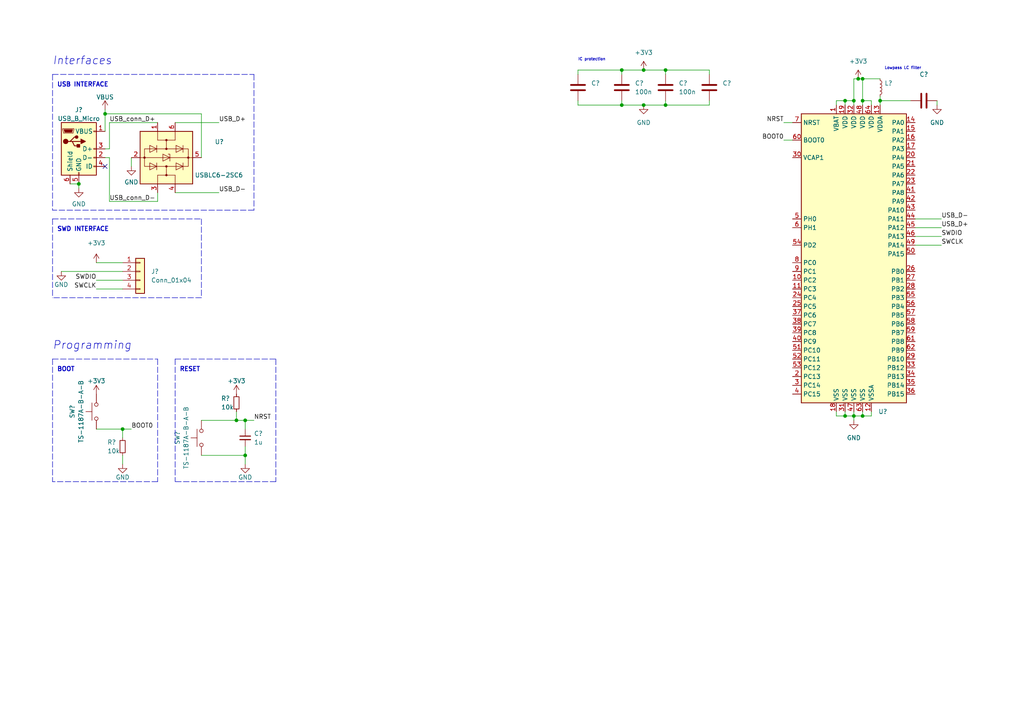
<source format=kicad_sch>
(kicad_sch (version 20211123) (generator eeschema)
  (paper "A4")
  (lib_symbols
    (symbol "Connector:USB_B_Micro" (pin_names (offset 1.016))
      (property "Reference" "J" (at -5.08 11.43 0))
      (property "Value" "USB_B_Micro" (at -5.08 8.89 0))
      (symbol "USB_B_Micro_0_1"
        (rectangle (start -5.08 -7.62) (end 5.08 7.62) (stroke (width 0.254)) (fill (type background)))
        (circle (center -3.81 2.159) (radius 0.635) (stroke (width 0.254)) (fill (type outline)))
        (circle (center -0.635 3.429) (radius 0.381) (stroke (width 0.254)) (fill (type outline)))
        (rectangle (start -0.127 -7.62) (end 0.127 -6.858))
        (polyline (pts (xy -1.905 2.159) (xy 0.635 2.159)) (stroke (width 0.254)))
        (polyline (pts (xy -3.175 2.159) (xy -2.54 2.159) (xy -1.27 3.429) (xy -0.635 3.429)) (stroke (width 0.254)))
        (polyline (pts (xy -2.54 2.159) (xy -1.905 2.159) (xy -1.27 0.889) (xy 0 0.889)) (stroke (width 0.254)))
        (polyline (pts (xy 0.635 2.794) (xy 0.635 1.524) (xy 1.905 2.159) (xy 0.635 2.794)) (stroke (width 0.254)) (fill (type outline)))
        (polyline (pts (xy -4.318 5.588) (xy -1.778 5.588) (xy -2.032 4.826) (xy -4.064 4.826) (xy -4.318 5.588)) (fill (type outline)))
        (polyline (pts (xy -4.699 5.842) (xy -4.699 5.588) (xy -4.445 4.826) (xy -4.445 4.572) (xy -1.651 4.572) (xy -1.651 4.826) (xy -1.397 5.588) (xy -1.397 5.842) (xy -4.699 5.842)))
        (rectangle (start 0.254 1.27) (end -0.508 0.508) (stroke (width 0.254)) (fill (type outline)))
        (rectangle (start 5.08 -5.207) (end 4.318 -4.953))
        (rectangle (start 5.08 -2.667) (end 4.318 -2.413))
        (rectangle (start 5.08 -0.127) (end 4.318 0.127))
        (rectangle (start 5.08 4.953) (end 4.318 5.207))
      )
      (symbol "USB_B_Micro_1_1"
        (pin power_out line (at 7.62 5.08 180) (length 2.54) (name "VBUS") (number "1"))
        (pin bidirectional line (at 7.62 -2.54 180) (length 2.54) (name "D-") (number "2"))
        (pin bidirectional line (at 7.62 0 180) (length 2.54) (name "D+") (number "3"))
        (pin passive line (at 7.62 -5.08 180) (length 2.54) (name "ID") (number "4"))
        (pin power_out line (at 0 -10.16 90) (length 2.54) (name "GND") (number "5"))
        (pin passive line (at -2.54 -10.16 90) (length 2.54) (name "Shield") (number "6"))
      )
    )
    (symbol "Connector_Generic:Conn_01x04" (pin_names (offset 1.016) hide)
      (property "Reference" "J" (at 0 5.08 0))
      (property "Value" "Conn_01x04" (at 0 -7.62 0))
      (symbol "Conn_01x04_1_1"
        (rectangle (start -1.27 -4.953) (end 0 -5.207) (stroke (width 0.1524)))
        (rectangle (start -1.27 -2.413) (end 0 -2.667) (stroke (width 0.1524)))
        (rectangle (start -1.27 0.127) (end 0 -0.127) (stroke (width 0.1524)))
        (rectangle (start -1.27 2.667) (end 0 2.413) (stroke (width 0.1524)))
        (rectangle (start -1.27 3.81) (end 1.27 -6.35) (stroke (width 0.254)) (fill (type background)))
        (pin passive line (at -5.08 2.54 0) (length 3.81) (name "Pin_1") (number "1"))
        (pin passive line (at -5.08 0 0) (length 3.81) (name "Pin_2") (number "2"))
        (pin passive line (at -5.08 -2.54 0) (length 3.81) (name "Pin_3") (number "3"))
        (pin passive line (at -5.08 -5.08 0) (length 3.81) (name "Pin_4") (number "4"))
      )
    )
    (symbol "Device:C" (pin_numbers hide) (pin_names (offset 0.254))
      (property "Reference" "C" (at 0.635 2.54 0))
      (property "Value" "C" (at 0.635 -2.54 0))
      (symbol "C_0_1"
        (polyline (pts (xy -2.032 -0.762) (xy 2.032 -0.762)) (stroke (width 0.508)))
        (polyline (pts (xy -2.032 0.762) (xy 2.032 0.762)) (stroke (width 0.508)))
      )
      (symbol "C_1_1"
        (pin passive line (at 0 3.81 270) (length 2.794) (name "~") (number "1"))
        (pin passive line (at 0 -3.81 90) (length 2.794) (name "~") (number "2"))
      )
    )
    (symbol "Device:C_Small" (pin_numbers hide) (pin_names (offset 0.254) hide)
      (property "Reference" "C" (at 0.254 1.778 0))
      (property "Value" "C_Small" (at 0.254 -2.032 0))
      (symbol "C_Small_0_1"
        (polyline (pts (xy -1.524 -0.508) (xy 1.524 -0.508)) (stroke (width 0.3302)))
        (polyline (pts (xy -1.524 0.508) (xy 1.524 0.508)) (stroke (width 0.3048)))
      )
      (symbol "C_Small_1_1"
        (pin passive line (at 0 2.54 270) (length 2.032) (name "~") (number "1"))
        (pin passive line (at 0 -2.54 90) (length 2.032) (name "~") (number "2"))
      )
    )
    (symbol "Device:L_Small" (pin_numbers hide) (pin_names (offset 0.254) hide)
      (property "Reference" "L" (at 0.762 1.016 0))
      (property "Value" "L_Small" (at 0.762 -1.016 0))
      (symbol "L_Small_0_1"
        (arc (start 0 -2.032) (mid 0.508 -1.524) (end 0 -1.016))
        (arc (start 0 -1.016) (mid 0.508 -0.508) (end 0 0))
        (arc (start 0 0) (mid 0.508 0.508) (end 0 1.016))
        (arc (start 0 1.016) (mid 0.508 1.524) (end 0 2.032))
      )
      (symbol "L_Small_1_1"
        (pin passive line (at 0 2.54 270) (length 0.508) (name "~") (number "1"))
        (pin passive line (at 0 -2.54 90) (length 0.508) (name "~") (number "2"))
      )
    )
    (symbol "Device:R_Small" (pin_numbers hide) (pin_names (offset 0.254) hide)
      (property "Reference" "R" (at 0.762 0.508 0))
      (property "Value" "R_Small" (at 0.762 -1.016 0))
      (symbol "R_Small_0_1"
        (rectangle (start -0.762 1.778) (end 0.762 -1.778) (stroke (width 0.2032)))
      )
      (symbol "R_Small_1_1"
        (pin passive line (at 0 2.54 270) (length 0.762) (name "~") (number "1"))
        (pin passive line (at 0 -2.54 90) (length 0.762) (name "~") (number "2"))
      )
    )
    (symbol "MCU_ST_STM32F4:STM32F411RETx"
      (property "Reference" "U" (at -15.24 41.91 0))
      (property "Value" "STM32F411RETx" (at 10.16 41.91 0))
      (symbol "STM32F411RETx_0_1"
        (rectangle (start -15.24 -43.18) (end 15.24 40.64) (stroke (width 0.254)) (fill (type background)))
      )
      (symbol "STM32F411RETx_1_1"
        (pin power_in line (at -5.08 43.18 270) (length 2.54) (name "VBAT") (number "1"))
        (pin bidirectional line (at -17.78 -7.62 0) (length 2.54) (name "PC2") (number "10"))
        (pin bidirectional line (at -17.78 -10.16 0) (length 2.54) (name "PC3") (number "11"))
        (pin power_in line (at 5.08 -45.72 90) (length 2.54) (name "VSSA") (number "12"))
        (pin power_in line (at 7.62 43.18 270) (length 2.54) (name "VDDA") (number "13"))
        (pin bidirectional line (at 17.78 38.1 180) (length 2.54) (name "PA0") (number "14"))
        (pin bidirectional line (at 17.78 35.56 180) (length 2.54) (name "PA1") (number "15"))
        (pin bidirectional line (at 17.78 33.02 180) (length 2.54) (name "PA2") (number "16"))
        (pin bidirectional line (at 17.78 30.48 180) (length 2.54) (name "PA3") (number "17"))
        (pin power_in line (at -5.08 -45.72 90) (length 2.54) (name "VSS") (number "18"))
        (pin power_in line (at -2.54 43.18 270) (length 2.54) (name "VDD") (number "19"))
        (pin bidirectional line (at -17.78 -35.56 0) (length 2.54) (name "PC13") (number "2"))
        (pin bidirectional line (at 17.78 27.94 180) (length 2.54) (name "PA4") (number "20"))
        (pin bidirectional line (at 17.78 25.4 180) (length 2.54) (name "PA5") (number "21"))
        (pin bidirectional line (at 17.78 22.86 180) (length 2.54) (name "PA6") (number "22"))
        (pin bidirectional line (at 17.78 20.32 180) (length 2.54) (name "PA7") (number "23"))
        (pin bidirectional line (at -17.78 -12.7 0) (length 2.54) (name "PC4") (number "24"))
        (pin bidirectional line (at -17.78 -15.24 0) (length 2.54) (name "PC5") (number "25"))
        (pin bidirectional line (at 17.78 -5.08 180) (length 2.54) (name "PB0") (number "26"))
        (pin bidirectional line (at 17.78 -7.62 180) (length 2.54) (name "PB1") (number "27"))
        (pin bidirectional line (at 17.78 -10.16 180) (length 2.54) (name "PB2") (number "28"))
        (pin bidirectional line (at 17.78 -30.48 180) (length 2.54) (name "PB10") (number "29"))
        (pin bidirectional line (at -17.78 -38.1 0) (length 2.54) (name "PC14") (number "3"))
        (pin power_in line (at -17.78 27.94 0) (length 2.54) (name "VCAP1") (number "30"))
        (pin power_in line (at -2.54 -45.72 90) (length 2.54) (name "VSS") (number "31"))
        (pin power_in line (at 0 43.18 270) (length 2.54) (name "VDD") (number "32"))
        (pin bidirectional line (at 17.78 -33.02 180) (length 2.54) (name "PB12") (number "33"))
        (pin bidirectional line (at 17.78 -35.56 180) (length 2.54) (name "PB13") (number "34"))
        (pin bidirectional line (at 17.78 -38.1 180) (length 2.54) (name "PB14") (number "35"))
        (pin bidirectional line (at 17.78 -40.64 180) (length 2.54) (name "PB15") (number "36"))
        (pin bidirectional line (at -17.78 -17.78 0) (length 2.54) (name "PC6") (number "37"))
        (pin bidirectional line (at -17.78 -20.32 0) (length 2.54) (name "PC7") (number "38"))
        (pin bidirectional line (at -17.78 -22.86 0) (length 2.54) (name "PC8") (number "39"))
        (pin bidirectional line (at -17.78 -40.64 0) (length 2.54) (name "PC15") (number "4"))
        (pin bidirectional line (at -17.78 -25.4 0) (length 2.54) (name "PC9") (number "40"))
        (pin bidirectional line (at 17.78 17.78 180) (length 2.54) (name "PA8") (number "41"))
        (pin bidirectional line (at 17.78 15.24 180) (length 2.54) (name "PA9") (number "42"))
        (pin bidirectional line (at 17.78 12.7 180) (length 2.54) (name "PA10") (number "43"))
        (pin bidirectional line (at 17.78 10.16 180) (length 2.54) (name "PA11") (number "44"))
        (pin bidirectional line (at 17.78 7.62 180) (length 2.54) (name "PA12") (number "45"))
        (pin bidirectional line (at 17.78 5.08 180) (length 2.54) (name "PA13") (number "46"))
        (pin power_in line (at 0 -45.72 90) (length 2.54) (name "VSS") (number "47"))
        (pin power_in line (at 2.54 43.18 270) (length 2.54) (name "VDD") (number "48"))
        (pin bidirectional line (at 17.78 2.54 180) (length 2.54) (name "PA14") (number "49"))
        (pin input line (at -17.78 10.16 0) (length 2.54) (name "PH0") (number "5"))
        (pin bidirectional line (at 17.78 0 180) (length 2.54) (name "PA15") (number "50"))
        (pin bidirectional line (at -17.78 -27.94 0) (length 2.54) (name "PC10") (number "51"))
        (pin bidirectional line (at -17.78 -30.48 0) (length 2.54) (name "PC11") (number "52"))
        (pin bidirectional line (at -17.78 -33.02 0) (length 2.54) (name "PC12") (number "53"))
        (pin bidirectional line (at -17.78 2.54 0) (length 2.54) (name "PD2") (number "54"))
        (pin bidirectional line (at 17.78 -12.7 180) (length 2.54) (name "PB3") (number "55"))
        (pin bidirectional line (at 17.78 -15.24 180) (length 2.54) (name "PB4") (number "56"))
        (pin bidirectional line (at 17.78 -17.78 180) (length 2.54) (name "PB5") (number "57"))
        (pin bidirectional line (at 17.78 -20.32 180) (length 2.54) (name "PB6") (number "58"))
        (pin bidirectional line (at 17.78 -22.86 180) (length 2.54) (name "PB7") (number "59"))
        (pin input line (at -17.78 7.62 0) (length 2.54) (name "PH1") (number "6"))
        (pin input line (at -17.78 33.02 0) (length 2.54) (name "BOOT0") (number "60"))
        (pin bidirectional line (at 17.78 -25.4 180) (length 2.54) (name "PB8") (number "61"))
        (pin bidirectional line (at 17.78 -27.94 180) (length 2.54) (name "PB9") (number "62"))
        (pin power_in line (at 2.54 -45.72 90) (length 2.54) (name "VSS") (number "63"))
        (pin power_in line (at 5.08 43.18 270) (length 2.54) (name "VDD") (number "64"))
        (pin input line (at -17.78 38.1 0) (length 2.54) (name "NRST") (number "7"))
        (pin bidirectional line (at -17.78 -2.54 0) (length 2.54) (name "PC0") (number "8"))
        (pin bidirectional line (at -17.78 -5.08 0) (length 2.54) (name "PC1") (number "9"))
      )
    )
    (symbol "Power_Protection:USBLC6-2SC6" (pin_names hide)
      (property "Reference" "U" (at 2.54 8.89 0))
      (property "Value" "USBLC6-2SC6" (at 2.54 -8.89 0))
      (symbol "USBLC6-2SC6_0_1"
        (rectangle (start -7.62 -7.62) (end 7.62 7.62) (stroke (width 0.254)) (fill (type background)))
        (circle (center -5.08 0) (radius 0.254) (fill (type outline)))
        (circle (center -2.54 0) (radius 0.254) (fill (type outline)))
        (rectangle (start -2.54 6.35) (end 2.54 -6.35))
        (circle (center 0 -6.35) (radius 0.254) (fill (type outline)))
        (polyline (pts (xy -5.08 -2.54) (xy -7.62 -2.54)))
        (polyline (pts (xy -5.08 0) (xy -5.08 -2.54)))
        (polyline (pts (xy -5.08 2.54) (xy -7.62 2.54)))
        (polyline (pts (xy -1.524 -2.794) (xy -3.556 -2.794)))
        (polyline (pts (xy -1.524 4.826) (xy -3.556 4.826)))
        (polyline (pts (xy 0 -7.62) (xy 0 -6.35)))
        (polyline (pts (xy 0 -6.35) (xy 0 1.27)))
        (polyline (pts (xy 0 1.27) (xy 0 6.35)))
        (polyline (pts (xy 0 6.35) (xy 0 7.62)))
        (polyline (pts (xy 1.524 -2.794) (xy 3.556 -2.794)))
        (polyline (pts (xy 1.524 4.826) (xy 3.556 4.826)))
        (polyline (pts (xy 5.08 -2.54) (xy 7.62 -2.54)))
        (polyline (pts (xy 5.08 0) (xy 5.08 -2.54)))
        (polyline (pts (xy 5.08 2.54) (xy 7.62 2.54)))
        (polyline (pts (xy -2.54 0) (xy -5.08 0) (xy -5.08 2.54)))
        (polyline (pts (xy 2.54 0) (xy 5.08 0) (xy 5.08 2.54)))
        (polyline (pts (xy -3.556 -4.826) (xy -1.524 -4.826) (xy -2.54 -2.794) (xy -3.556 -4.826)))
        (polyline (pts (xy -3.556 2.794) (xy -1.524 2.794) (xy -2.54 4.826) (xy -3.556 2.794)))
        (polyline (pts (xy -1.016 -1.016) (xy 1.016 -1.016) (xy 0 1.016) (xy -1.016 -1.016)))
        (polyline (pts (xy 1.016 1.016) (xy 0.762 1.016) (xy -1.016 1.016) (xy -1.016 0.508)))
        (polyline (pts (xy 3.556 -4.826) (xy 1.524 -4.826) (xy 2.54 -2.794) (xy 3.556 -4.826)))
        (polyline (pts (xy 3.556 2.794) (xy 1.524 2.794) (xy 2.54 4.826) (xy 3.556 2.794)))
        (circle (center 0 6.35) (radius 0.254) (fill (type outline)))
        (circle (center 2.54 0) (radius 0.254) (fill (type outline)))
        (circle (center 5.08 0) (radius 0.254) (fill (type outline)))
      )
      (symbol "USBLC6-2SC6_1_1"
        (pin passive line (at -10.16 -2.54 0) (length 2.54) (name "I/O1") (number "1"))
        (pin passive line (at 0 -10.16 90) (length 2.54) (name "GND") (number "2"))
        (pin passive line (at 10.16 -2.54 180) (length 2.54) (name "I/O2") (number "3"))
        (pin passive line (at 10.16 2.54 180) (length 2.54) (name "I/O2") (number "4"))
        (pin passive line (at 0 10.16 270) (length 2.54) (name "VBUS") (number "5"))
        (pin passive line (at -10.16 2.54 0) (length 2.54) (name "I/O1") (number "6"))
      )
    )
    (symbol "Switch:SW_Push" (pin_numbers hide) (pin_names (offset 1.016) hide)
      (property "Reference" "SW" (at 1.27 2.54 0))
      (property "Value" "SW_Push" (at 0 -1.524 0))
      (symbol "SW_Push_0_1"
        (circle (center -2.032 0) (radius 0.508))
        (polyline (pts (xy 0 1.27) (xy 0 3.048)))
        (polyline (pts (xy 2.54 1.27) (xy -2.54 1.27)))
        (circle (center 2.032 0) (radius 0.508))
        (pin passive line (at -5.08 0 0) (length 2.54) (name "1") (number "1"))
        (pin passive line (at 5.08 0 180) (length 2.54) (name "2") (number "2"))
      )
    )
    (symbol "power:+3.3V" (power) (pin_names (offset 0))
      (property "Value" "+3.3V" (at 0 3.556 0))
      (symbol "+3.3V_0_1"
        (polyline (pts (xy -0.762 1.27) (xy 0 2.54)))
        (polyline (pts (xy 0 0) (xy 0 2.54)))
        (polyline (pts (xy 0 2.54) (xy 0.762 1.27)))
      )
      (symbol "+3.3V_1_1"
        (pin power_in line (at 0 0 90) (length 0) hide (name "+3V3") (number "1"))
      )
    )
    (symbol "power:GND" (power) (pin_names (offset 0))
      (property "Value" "GND" (at 0 -3.81 0))
      (symbol "GND_0_1"
        (polyline (pts (xy 0 0) (xy 0 -1.27) (xy 1.27 -1.27) (xy 0 -2.54) (xy -1.27 -1.27) (xy 0 -1.27)))
      )
      (symbol "GND_1_1"
        (pin power_in line (at 0 0 270) (length 0) hide (name "GND") (number "1"))
      )
    )
    (symbol "power:VBUS" (power) (pin_names (offset 0))
      (property "Value" "VBUS" (at 0 3.81 0))
      (symbol "VBUS_0_1"
        (polyline (pts (xy -0.762 1.27) (xy 0 2.54)))
        (polyline (pts (xy 0 0) (xy 0 2.54)))
        (polyline (pts (xy 0 2.54) (xy 0.762 1.27)))
      )
      (symbol "VBUS_1_1"
        (pin power_in line (at 0 0 90) (length 0) hide (name "VBUS") (number "1"))
      )
    )
  )
  (junction (at 250.19 29.21))
  (junction (at 180.34 20.32))
  (junction (at 247.65 120.65))
  (junction (at 186.69 20.32))
  (junction (at 247.65 29.21))
  (junction (at 30.48 33.02))
  (junction (at 180.34 30.48))
  (junction (at 68.58 121.92))
  (junction (at 255.27 29.21))
  (junction (at 193.04 30.48))
  (junction (at 22.86 53.34))
  (junction (at 245.11 29.21))
  (junction (at 186.69 30.48))
  (junction (at 193.04 20.32))
  (junction (at 35.56 124.46))
  (junction (at 71.12 132.08))
  (junction (at 250.19 120.65))
  (junction (at 71.12 121.92))
  (junction (at 245.11 120.65))
  (junction (at 248.92 22.86))
  (junction (at 250.19 22.86))
  (no_connect (at 30.48 48.26))
  (wire (pts (xy 50.8 35.56) (xy 63.5 35.56)))
  (wire (pts (xy 247.65 22.86) (xy 247.65 29.21)))
  (wire (pts (xy 250.19 22.86) (xy 250.19 29.21)))
  (wire (pts (xy 245.11 119.38) (xy 245.11 120.65)))
  (wire (pts (xy 180.34 29.21) (xy 180.34 30.48)))
  (wire (pts (xy 45.72 58.42) (xy 45.72 55.88)))
  (wire (pts (xy 252.73 119.38) (xy 252.73 120.65)))
  (wire (pts (xy 180.34 20.32) (xy 167.64 20.32)))
  (polyline (pts (xy 58.42 86.36) (xy 15.24 86.36)))
  (wire (pts (xy 180.34 20.32) (xy 180.34 21.59)))
  (polyline (pts (xy 80.01 104.14) (xy 80.01 139.7)))
  (wire (pts (xy 227.33 40.64) (xy 229.87 40.64)))
  (wire (pts (xy 30.48 43.18) (xy 31.75 43.18)))
  (polyline (pts (xy 45.72 139.7) (xy 15.24 139.7)))
  (wire (pts (xy 71.12 121.92) (xy 73.66 121.92)))
  (wire (pts (xy 250.19 29.21) (xy 252.73 29.21)))
  (wire (pts (xy 38.1 45.72) (xy 38.1 48.26)))
  (polyline (pts (xy 80.01 139.7) (xy 50.8 139.7)))
  (wire (pts (xy 167.64 29.21) (xy 167.64 30.48)))
  (wire (pts (xy 252.73 120.65) (xy 250.19 120.65)))
  (wire (pts (xy 205.74 20.32) (xy 205.74 21.59)))
  (wire (pts (xy 265.43 63.5) (xy 273.05 63.5)))
  (wire (pts (xy 71.12 132.08) (xy 71.12 134.62)))
  (wire (pts (xy 227.33 35.56) (xy 229.87 35.56)))
  (wire (pts (xy 242.57 29.21) (xy 242.57 30.48)))
  (wire (pts (xy 250.19 29.21) (xy 250.19 30.48)))
  (wire (pts (xy 31.75 35.56) (xy 45.72 35.56)))
  (wire (pts (xy 186.69 20.32) (xy 193.04 20.32)))
  (wire (pts (xy 27.94 83.82) (xy 35.56 83.82)))
  (wire (pts (xy 180.34 30.48) (xy 186.69 30.48)))
  (polyline (pts (xy 15.24 21.59) (xy 15.24 60.96)))
  (polyline (pts (xy 15.24 104.14) (xy 45.72 104.14)))
  (wire (pts (xy 35.56 132.08) (xy 35.56 134.62)))
  (wire (pts (xy 68.58 121.92) (xy 71.12 121.92)))
  (polyline (pts (xy 15.24 63.5) (xy 15.24 86.36)))
  (wire (pts (xy 248.92 22.86) (xy 250.19 22.86)))
  (wire (pts (xy 242.57 119.38) (xy 242.57 120.65)))
  (wire (pts (xy 27.94 124.46) (xy 35.56 124.46)))
  (polyline (pts (xy 15.24 21.59) (xy 73.66 21.59)))
  (wire (pts (xy 245.11 120.65) (xy 247.65 120.65)))
  (wire (pts (xy 193.04 20.32) (xy 193.04 21.59)))
  (wire (pts (xy 193.04 20.32) (xy 205.74 20.32)))
  (wire (pts (xy 255.27 29.21) (xy 264.16 29.21)))
  (wire (pts (xy 250.19 22.86) (xy 255.27 22.86)))
  (wire (pts (xy 27.94 76.2) (xy 35.56 76.2)))
  (polyline (pts (xy 15.24 63.5) (xy 58.42 63.5)))
  (wire (pts (xy 31.75 45.72) (xy 31.75 58.42)))
  (wire (pts (xy 242.57 120.65) (xy 245.11 120.65)))
  (wire (pts (xy 50.8 55.88) (xy 63.5 55.88)))
  (wire (pts (xy 27.94 81.28) (xy 35.56 81.28)))
  (wire (pts (xy 22.86 54.61) (xy 22.86 53.34)))
  (polyline (pts (xy 50.8 104.14) (xy 80.01 104.14)))
  (wire (pts (xy 193.04 30.48) (xy 205.74 30.48)))
  (wire (pts (xy 167.64 20.32) (xy 167.64 21.59)))
  (wire (pts (xy 71.12 129.54) (xy 71.12 132.08)))
  (wire (pts (xy 31.75 58.42) (xy 45.72 58.42)))
  (wire (pts (xy 250.19 119.38) (xy 250.19 120.65)))
  (polyline (pts (xy 73.66 21.59) (xy 73.66 60.96)))
  (wire (pts (xy 252.73 29.21) (xy 252.73 30.48)))
  (wire (pts (xy 250.19 120.65) (xy 247.65 120.65)))
  (wire (pts (xy 271.78 29.21) (xy 271.78 30.48)))
  (wire (pts (xy 58.42 132.08) (xy 71.12 132.08)))
  (wire (pts (xy 247.65 120.65) (xy 247.65 121.92)))
  (wire (pts (xy 255.27 29.21) (xy 255.27 30.48)))
  (wire (pts (xy 17.78 78.74) (xy 35.56 78.74)))
  (wire (pts (xy 193.04 30.48) (xy 193.04 29.21)))
  (wire (pts (xy 265.43 68.58) (xy 273.05 68.58)))
  (wire (pts (xy 58.42 121.92) (xy 68.58 121.92)))
  (polyline (pts (xy 73.66 60.96) (xy 15.24 60.96)))
  (wire (pts (xy 247.65 119.38) (xy 247.65 120.65)))
  (polyline (pts (xy 15.24 104.14) (xy 15.24 139.7)))
  (wire (pts (xy 35.56 124.46) (xy 38.1 124.46)))
  (wire (pts (xy 30.48 45.72) (xy 31.75 45.72)))
  (wire (pts (xy 167.64 30.48) (xy 180.34 30.48)))
  (wire (pts (xy 71.12 121.92) (xy 71.12 124.46)))
  (wire (pts (xy 186.69 30.48) (xy 193.04 30.48)))
  (wire (pts (xy 30.48 31.75) (xy 30.48 33.02)))
  (wire (pts (xy 265.43 66.04) (xy 273.05 66.04)))
  (wire (pts (xy 58.42 33.02) (xy 30.48 33.02)))
  (wire (pts (xy 247.65 29.21) (xy 245.11 29.21)))
  (wire (pts (xy 265.43 71.12) (xy 273.05 71.12)))
  (wire (pts (xy 247.65 29.21) (xy 247.65 30.48)))
  (wire (pts (xy 68.58 121.92) (xy 68.58 119.38)))
  (wire (pts (xy 58.42 33.02) (xy 58.42 45.72)))
  (wire (pts (xy 20.32 53.34) (xy 22.86 53.34)))
  (polyline (pts (xy 45.72 104.14) (xy 45.72 139.7)))
  (wire (pts (xy 35.56 124.46) (xy 35.56 127)))
  (wire (pts (xy 205.74 30.48) (xy 205.74 29.21)))
  (wire (pts (xy 186.69 20.32) (xy 180.34 20.32)))
  (wire (pts (xy 30.48 33.02) (xy 30.48 38.1)))
  (wire (pts (xy 31.75 43.18) (xy 31.75 35.56)))
  (wire (pts (xy 248.92 22.86) (xy 247.65 22.86)))
  (wire (pts (xy 245.11 29.21) (xy 242.57 29.21)))
  (wire (pts (xy 245.11 29.21) (xy 245.11 30.48)))
  (polyline (pts (xy 58.42 63.5) (xy 58.42 86.36)))
  (wire (pts (xy 255.27 27.94) (xy 255.27 29.21)))
  (polyline (pts (xy 50.8 104.14) (xy 50.8 139.7)))
  (text "Programming\n" (at 15.24 101.6 0) (effects (font (size 2.3 2.3) italic) (justify left bottom)))
  (text "BOOT" (at 16.51 107.95 0) (effects (font (size 1.27 1.27) (thickness 0.254) bold) (justify left bottom)))
  (text "Interfaces" (at 15.24 19.05 0) (effects (font (size 2.3 2.3) italic) (justify left bottom)))
  (text "IC protection" (at 167.64 17.78 0) (effects (font (size 0.8 0.8)) (justify left bottom)))
  (text "RESET" (at 52.07 107.95 0) (effects (font (size 1.27 1.27) (thickness 0.254) bold) (justify left bottom)))
  (text "Lowpass LC filter\n" (at 256.54 20.32 0) (effects (font (size 0.8 0.8)) (justify left bottom)))
  (text "SWD INTERFACE" (at 16.51 67.31 0) (effects (font (size 1.27 1.27) (thickness 0.254) bold) (justify left bottom)))
  (text "USB INTERFACE" (at 16.51 25.4 0) (effects (font (size 1.27 1.27) (thickness 0.254) bold) (justify left bottom)))
  (label "SWCLK" (at 273.05 71.12 0))
  (label "SWDIO" (at 27.94 81.28 180))
  (label "USB_conn_D+" (at 31.75 35.56 0))
  (label "SWDIO" (at 273.05 68.58 0))
  (label "BOOT0" (at 38.1 124.46 0))
  (label "USB_conn_D-" (at 31.75 58.42 0))
  (label "NRST" (at 227.33 35.56 180))
  (label "BOOT0" (at 227.33 40.64 180))
  (label "SWCLK" (at 27.94 83.82 180))
  (label "USB_D+" (at 273.05 66.04 0))
  (label "USB_D+" (at 63.5 35.56 0))
  (label "USB_D-" (at 63.5 55.88 0))
  (label "USB_D-" (at 273.05 63.5 0))
  (label "NRST" (at 73.66 121.92 0))
  (symbol (lib_id "power:GND") (at 247.65 121.92 0) (unit 1)
    (property "Reference" "#PWR?" (effects hide))
  )
  (symbol (lib_id "power:+3.3V") (at 186.69 20.32 0) (unit 1)
    (property "Reference" "#PWR?" (effects hide))
    (property "Value" "+3.3V" (at 186.69 15.24 0))
  )
  (symbol (lib_id "power:+3.3V") (at 27.94 76.2 0) (unit 1)
    (property "Reference" "#PWR?" (effects hide))
    (property "Value" "+3.3V" (at 27.94 70.485 0))
  )
  (symbol (lib_id "Connector:USB_B_Micro") (at 22.86 43.18 0) (unit 1)
    (property "Reference" "J?" (at 22.86 31.8602 0))
    (property "Value" "USB_B_Micro" (at 22.86 34.3971 0))
    (property "Footprint" "Connector_USB:USB_Micro-B_Molex-105017-0001" (effects hide))
  )
  (symbol (lib_id "Switch:SW_Push") (at 27.94 119.38 90) (unit 1)
    (property "Reference" "SW?" (at 20.955 119.38 0))
    (property "Value" "TS-1187A-B-A-B" (at 23.495 119.38 0))
    (property "Footprint" "Button_Switch_SMD:SW_Push_1P1T_NO_CK_KSC6xxJ" (effects hide))
    (property "LCSC" "C318884" (effects hide))
  )
  (symbol (lib_id "Device:C") (at 180.34 25.4 0) (unit 1)
    (property "Reference" "C?" (at 184.15 24.1299 0) (effects (justify left)))
    (property "Value" "100n" (at 184.15 26.6699 0) (effects (justify left)))
  )
  (symbol (lib_id "power:GND") (at 17.78 78.74 0) (unit 1)
    (property "Reference" "#PWR?" (effects hide))
    (property "Value" "GND" (at 17.78 82.55 0))
  )
  (symbol (lib_id "power:+3.3V") (at 27.94 114.3 0) (unit 1)
    (property "Reference" "#PWR?" (effects hide))
    (property "Value" "+3.3V" (at 27.94 110.49 0))
  )
  (symbol (lib_id "Device:R_Small") (at 68.58 116.84 180) (unit 1)
    (property "Reference" "R?" (at 64.135 115.57 0) (effects (justify right)))
    (property "Value" "10k" (at 64.135 118.11 0) (effects (justify right)))
    (property "Footprint" "Resistor_SMD:R_0402_1005Metric" (effects hide))
  )
  (symbol (lib_id "Device:C") (at 193.04 25.4 0) (unit 1)
    (property "Reference" "C?" (at 196.85 24.1299 0) (effects (justify left)))
    (property "Value" "100n" (at 196.85 26.6699 0) (effects (justify left)))
  )
  (symbol (lib_id "power:GND") (at 35.56 134.62 0) (unit 1)
    (property "Reference" "#PWR?" (effects hide))
    (property "Value" "GND" (at 35.56 138.43 0))
  )
  (symbol (lib_id "power:GND") (at 186.69 30.48 0) (unit 1)
    (property "Reference" "#PWR?" (effects hide))
  )
  (symbol (lib_id "power:+3.3V") (at 248.92 22.86 0) (unit 1)
    (property "Reference" "#PWR?" (effects hide))
  )
  (symbol (lib_id "power:+3.3V") (at 68.58 114.3 0) (unit 1)
    (property "Reference" "#PWR?" (effects hide))
    (property "Value" "+3.3V" (at 68.58 110.49 0))
  )
  (symbol (lib_id "Device:C") (at 267.97 29.21 270) (unit 1)
    (property "Reference" "C?" (at 267.97 21.59 90))
  )
  (symbol (lib_id "Power_Protection:USBLC6-2SC6") (at 48.26 45.72 270) (unit 1)
    (property "Reference" "U?" (at 63.6157 41.1311 90))
    (property "Value" "USBLC6-2SC6" (at 63.5 50.8 90))
    (property "Footprint" "Package_TO_SOT_SMD:SOT-23-6" (effects hide))
    (property "Datasheet" "https://www.st.com/resource/en/datasheet/usblc6-2.pdf" (effects hide))
  )
  (symbol (lib_id "Connector_Generic:Conn_01x04") (at 40.64 78.74 0) (unit 1)
    (property "Reference" "J?" (at 43.815 78.7399 0) (effects (justify left)))
    (property "Value" "Conn_01x04" (at 43.815 81.2799 0) (effects (justify left)))
    (property "Footprint" "footprints:JST_SM04B-GHS-TB(LF)(SN)-" (effects hide))
  )
  (symbol (lib_id "Device:C") (at 167.64 25.4 0) (unit 1)
    (property "Reference" "C?" (at 171.45 24.1299 0) (effects (justify left)))
  )
  (symbol (lib_id "Device:C_Small") (at 71.12 127 0) (unit 1)
    (property "Reference" "C?" (at 73.66 125.7362 0) (effects (justify left)))
    (property "Value" "1u" (at 73.66 128.2762 0) (effects (justify left)))
    (property "Footprint" "Capacitor_SMD:C_0402_1005Metric" (effects hide))
  )
  (symbol (lib_id "power:GND") (at 22.86 54.61 0) (unit 1)
    (property "Reference" "#PWR?" (effects hide))
    (property "Value" "GND" (at 22.86 59.1726 0))
  )
  (symbol (lib_id "Device:C") (at 205.74 25.4 0) (unit 1)
    (property "Reference" "C?" (at 209.55 24.1299 0) (effects (justify left)))
  )
  (symbol (lib_id "Device:L_Small") (at 255.27 25.4 0) (unit 1)
    (property "Reference" "L?" (at 256.54 24.1299 0) (effects (justify left)))
  )
  (symbol (lib_id "power:VBUS") (at 30.48 31.75 0) (unit 1)
    (property "Reference" "#PWR?" (effects hide))
    (property "Value" "VBUS" (at 30.48 28.1742 0))
  )
  (symbol (lib_id "power:GND") (at 271.78 30.48 0) (unit 1)
    (property "Reference" "#PWR?" (effects hide))
  )
  (symbol (lib_id "MCU_ST_STM32F4:STM32F411RETx") (at 247.65 73.66 0) (unit 1)
    (property "Reference" "U?" (at 254.7494 119.38 0) (effects (justify left)))
    (property "Datasheet" "http://www.st.com/st-web-ui/static/active/en/resource/technical/document/datasheet/DM00115249.pdf" (effects hide))
  )
  (symbol (lib_id "Device:R_Small") (at 35.56 129.54 180) (unit 1)
    (property "Reference" "R?" (at 31.115 128.27 0) (effects (justify right)))
    (property "Value" "10k" (at 31.115 130.81 0) (effects (justify right)))
    (property "Footprint" "Resistor_SMD:R_0402_1005Metric" (effects hide))
  )
  (symbol (lib_id "Switch:SW_Push") (at 58.42 127 90) (unit 1)
    (property "Reference" "SW?" (at 51.435 127 0))
    (property "Value" "TS-1187A-B-A-B" (at 53.975 127 0))
    (property "Footprint" "Button_Switch_SMD:SW_Push_1P1T_NO_CK_KSC6xxJ" (effects hide))
    (property "LCSC" "C318884" (effects hide))
  )
  (symbol (lib_id "power:GND") (at 71.12 134.62 0) (unit 1)
    (property "Reference" "#PWR?" (effects hide))
    (property "Value" "GND" (at 71.12 138.43 0))
  )
  (symbol (lib_id "power:GND") (at 38.1 48.26 0) (unit 1)
    (property "Reference" "#PWR?" (effects hide))
    (property "Value" "GND" (at 38.1 52.8226 0))
  )
)
</source>
